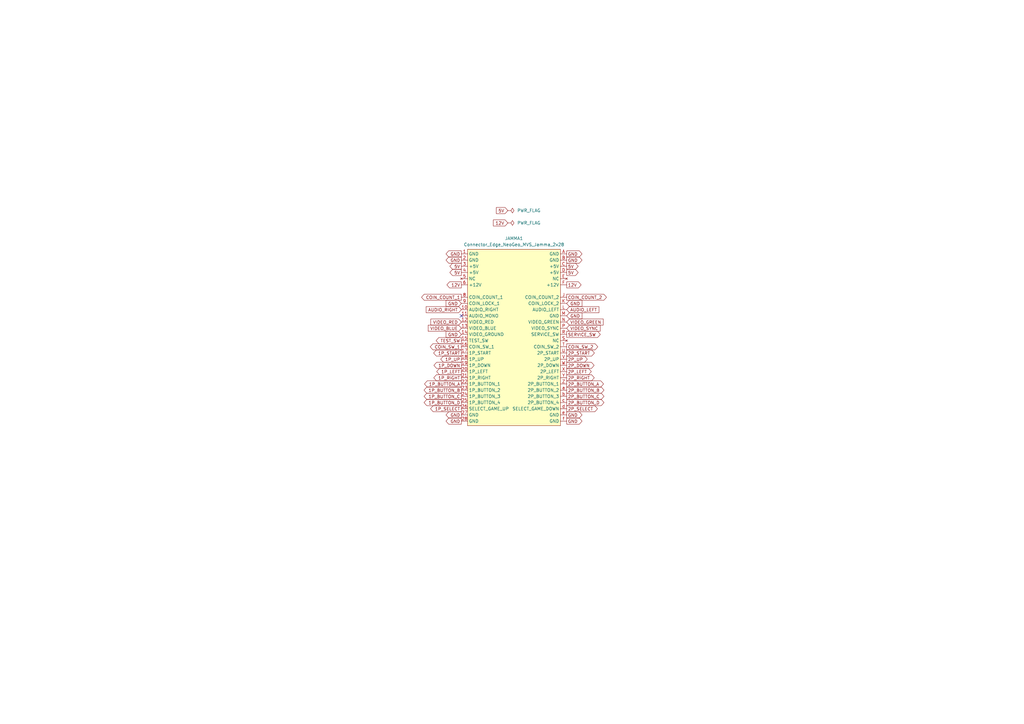
<source format=kicad_sch>
(kicad_sch (version 20250114) (generator "eeschema") (generator_version "9.0")
  (paper "A3")
  (title_block (title "NEO-MVH MV1FZS") (date "2025-10-13") (comment 1 "Not official schematic from SNK") (comment 2 "Use at your own discretion"))
  (lib_symbols
    (symbol "Neo Geo:Connector_Edge_NeoGeo_MVS_Jamma_2x28"
      (property "Reference" "U" (at 0 0 0))
      (property "Value" "Connector_Edge_NeoGeo_MVS_Jamma_2x28" (at 0.762 -40.64 0))
      (symbol "Connector_Edge_NeoGeo_MVS_Jamma_2x28_1_1"
        (rectangle (start -19.05 33.655) (end 19.05 -38.735) (fill (type background)))
        (pin passive line (at -21.59 31.75 0) (length 2.54) (name "GND") (number "1"))
        (pin passive line (at -21.59 29.21 0) (length 2.54) (name "GND") (number "2"))
        (pin passive line (at -21.59 26.67 0) (length 2.54) (name "+5V") (number "3"))
        (pin passive line (at -21.59 24.13 0) (length 2.54) (name "+5V") (number "4"))
        (pin no_connect line (at -21.59 21.59 0) (length 2.54) (name "NC") (number "5"))
        (pin passive line (at -21.59 19.05 0) (length 2.54) (name "+12V") (number "6"))
        (pin no_connect line (at -21.59 16.51 0) (length 2.54) (hide yes) (name "KEY") (number "7"))
        (pin output line (at -21.59 13.97 0) (length 2.54) (name "COIN_COUNT_1") (number "8"))
        (pin input line (at -21.59 11.43 0) (length 2.54) (name "COIN_LOCK_1") (number "9"))
        (pin input line (at -21.59 8.89 0) (length 2.54) (name "AUDIO_RIGHT") (number "10"))
        (pin input line (at -21.59 6.35 0) (length 2.54) (name "AUDIO_MONO") (number "11"))
        (pin input line (at -21.59 3.81 0) (length 2.54) (name "VIDEO_RED") (number "12"))
        (pin input line (at -21.59 1.27 0) (length 2.54) (name "VIDEO_BLUE") (number "13"))
        (pin input line (at -21.59 -1.27 0) (length 2.54) (name "VIDEO_GROUND") (number "14"))
        (pin output line (at -21.59 -3.81 0) (length 2.54) (name "TEST_SW") (number "15"))
        (pin output line (at -21.59 -6.35 0) (length 2.54) (name "COIN_SW_1") (number "16"))
        (pin output line (at -21.59 -8.89 0) (length 2.54) (name "1P_START") (number "17"))
        (pin output line (at -21.59 -11.43 0) (length 2.54) (name "1P_UP") (number "18"))
        (pin output line (at -21.59 -13.97 0) (length 2.54) (name "1P_DOWN") (number "19"))
        (pin output line (at -21.59 -16.51 0) (length 2.54) (name "1P_LEFT") (number "20"))
        (pin output line (at -21.59 -19.05 0) (length 2.54) (name "1P_RIGHT") (number "21"))
        (pin output line (at -21.59 -21.59 0) (length 2.54) (name "1P_BUTTON_1") (number "22"))
        (pin output line (at -21.59 -24.13 0) (length 2.54) (name "1P_BUTTON_2") (number "23"))
        (pin output line (at -21.59 -26.67 0) (length 2.54) (name "1P_BUTTON_3") (number "24"))
        (pin output line (at -21.59 -29.21 0) (length 2.54) (name "1P_BUTTON_4") (number "25"))
        (pin output line (at -21.59 -31.75 0) (length 2.54) (name "SELECT_GAME_UP") (number "26"))
        (pin power_in line (at -21.59 -34.29 0) (length 2.54) (name "GND") (number "27"))
        (pin power_in line (at -21.59 -36.83 0) (length 2.54) (name "GND") (number "28"))
        (pin passive line (at 21.59 31.75 180) (length 2.54) (name "GND") (number "A"))
        (pin passive line (at 21.59 29.21 180) (length 2.54) (name "GND") (number "B"))
        (pin passive line (at 21.59 26.67 180) (length 2.54) (name "+5V") (number "C"))
        (pin passive line (at 21.59 24.13 180) (length 2.54) (name "+5V") (number "D"))
        (pin no_connect line (at 21.59 21.59 180) (length 2.54) (name "NC") (number "E"))
        (pin passive line (at 21.59 19.05 180) (length 2.54) (name "+12V") (number "F"))
        (pin no_connect line (at 21.59 16.51 180) (length 2.54) (hide yes) (name "KEY") (number "H"))
        (pin output line (at 21.59 13.97 180) (length 2.54) (name "COIN_COUNT_2") (number "J"))
        (pin input line (at 21.59 11.43 180) (length 2.54) (name "COIN_LOCK_2") (number "K"))
        (pin input line (at 21.59 8.89 180) (length 2.54) (name "AUDIO_LEFT") (number "L"))
        (pin passive line (at 21.59 6.35 180) (length 2.54) (name "GND") (number "M"))
        (pin input line (at 21.59 3.81 180) (length 2.54) (name "VIDEO_GREEN") (number "N"))
        (pin input line (at 21.59 1.27 180) (length 2.54) (name "VIDEO_SYNC") (number "P"))
        (pin output line (at 21.59 -1.27 180) (length 2.54) (name "SERVICE_SW") (number "R"))
        (pin no_connect line (at 21.59 -3.81 180) (length 2.54) (name "NC") (number "S"))
        (pin output line (at 21.59 -6.35 180) (length 2.54) (name "COIN_SW_2") (number "T"))
        (pin output line (at 21.59 -8.89 180) (length 2.54) (name "2P_START") (number "U"))
        (pin output line (at 21.59 -11.43 180) (length 2.54) (name "2P_UP") (number "V"))
        (pin output line (at 21.59 -13.97 180) (length 2.54) (name "2P_DOWN") (number "W"))
        (pin output line (at 21.59 -16.51 180) (length 2.54) (name "2P_LEFT") (number "X"))
        (pin output line (at 21.59 -19.05 180) (length 2.54) (name "2P_RIGHT") (number "Y"))
        (pin output line (at 21.59 -21.59 180) (length 2.54) (name "2P_BUTTON_1") (number "Z"))
        (pin output line (at 21.59 -24.13 180) (length 2.54) (name "2P_BUTTON_2") (number "a"))
        (pin output line (at 21.59 -26.67 180) (length 2.54) (name "2P_BUTTON_3") (number "b"))
        (pin output line (at 21.59 -29.21 180) (length 2.54) (name "2P_BUTTON_4") (number "c"))
        (pin output line (at 21.59 -31.75 180) (length 2.54) (name "SELECT_GAME_DOWN") (number "d"))
        (pin power_in line (at 21.59 -34.29 180) (length 2.54) (name "GND") (number "e"))
        (pin power_in line (at 21.59 -36.83 180) (length 2.54) (name "GND") (number "f"))
      )
    )
    (symbol "power:PWR_FLAG" (power) (pin_numbers (hide yes)) (pin_names (offset 0) (hide yes))
      (property "Value" "PWR_FLAG" (at 0 3.81 0))
      (symbol "PWR_FLAG_0_0"
        (pin power_out line (at 0 0 90) (length 0) (name "~") (number "1"))
      )
      (symbol "PWR_FLAG_0_1"
        (polyline (pts (xy 0 0) (xy 0 1.27) (xy -1.016 1.905) (xy 0 2.54) (xy 1.016 1.905) (xy 0 1.27)))
      )
    )
  )
  (no_connect (at 189.23 129.54))
  (global_label "GND" (shape input) (at 189.23 137.16 180) (property "Intersheetrefs" "${INTERSHEET_REFS}" (effects (hide yes))))
  (global_label "2P_START" (shape output) (at 232.41 144.78 0) (property "Intersheetrefs" "${INTERSHEET_REFS}" (effects (hide yes))))
  (global_label "5V" (shape output) (at 232.41 109.22 0) (property "Intersheetrefs" "${INTERSHEET_REFS}" (effects (hide yes))))
  (global_label "GND" (shape output) (at 189.23 106.68 180) (property "Intersheetrefs" "${INTERSHEET_REFS}" (effects (hide yes))))
  (global_label "1P_START" (shape output) (at 189.23 144.78 180) (property "Intersheetrefs" "${INTERSHEET_REFS}" (effects (hide yes))))
  (global_label "SERVICE_SW" (shape output) (at 232.41 137.16 0) (property "Intersheetrefs" "${INTERSHEET_REFS}" (effects (hide yes))))
  (global_label "5V" (shape output) (at 232.41 111.76 0) (property "Intersheetrefs" "${INTERSHEET_REFS}" (effects (hide yes))))
  (global_label "1P_BUTTON_D" (shape output) (at 189.23 165.1 180) (property "Intersheetrefs" "${INTERSHEET_REFS}" (effects (hide yes))))
  (global_label "1P_BUTTON_A" (shape output) (at 189.23 157.48 180) (property "Intersheetrefs" "${INTERSHEET_REFS}" (effects (hide yes))))
  (global_label "COIN_SW_2" (shape output) (at 232.41 142.24 0) (property "Intersheetrefs" "${INTERSHEET_REFS}" (effects (hide yes))))
  (global_label "2P_DOWN" (shape output) (at 232.41 149.86 0) (property "Intersheetrefs" "${INTERSHEET_REFS}" (effects (hide yes))))
  (global_label "GND" (shape output) (at 189.23 170.18 180) (property "Intersheetrefs" "${INTERSHEET_REFS}" (effects (hide yes))))
  (global_label "GND" (shape output) (at 232.41 170.18 0) (property "Intersheetrefs" "${INTERSHEET_REFS}" (effects (hide yes))))
  (global_label "COIN_SW_1" (shape output) (at 189.23 142.24 180) (property "Intersheetrefs" "${INTERSHEET_REFS}" (effects (hide yes))))
  (global_label "1P_UP" (shape output) (at 189.23 147.32 180) (property "Intersheetrefs" "${INTERSHEET_REFS}" (effects (hide yes))))
  (global_label "12V" (shape input) (at 208.28 91.44 180) (property "Intersheetrefs" "${INTERSHEET_REFS}" (effects (hide yes))))
  (global_label "2P_SELECT" (shape output) (at 232.41 167.64 0) (property "Intersheetrefs" "${INTERSHEET_REFS}" (effects (hide yes))))
  (global_label "2P_LEFT" (shape output) (at 232.41 152.4 0) (property "Intersheetrefs" "${INTERSHEET_REFS}" (effects (hide yes))))
  (global_label "GND" (shape input) (at 189.23 124.46 180) (property "Intersheetrefs" "${INTERSHEET_REFS}" (effects (hide yes))))
  (global_label "12V" (shape output) (at 189.23 116.84 180) (property "Intersheetrefs" "${INTERSHEET_REFS}" (effects (hide yes))))
  (global_label "5V" (shape input) (at 208.28 86.36 180) (property "Intersheetrefs" "${INTERSHEET_REFS}" (effects (hide yes))))
  (global_label "2P_UP" (shape output) (at 232.41 147.32 0) (property "Intersheetrefs" "${INTERSHEET_REFS}" (effects (hide yes))))
  (global_label "1P_SELECT" (shape output) (at 189.23 167.64 180) (property "Intersheetrefs" "${INTERSHEET_REFS}" (effects (hide yes))))
  (global_label "1P_DOWN" (shape output) (at 189.23 149.86 180) (property "Intersheetrefs" "${INTERSHEET_REFS}" (effects (hide yes))))
  (global_label "1P_BUTTON_C" (shape output) (at 189.23 162.56 180) (property "Intersheetrefs" "${INTERSHEET_REFS}" (effects (hide yes))))
  (global_label "1P_LEFT" (shape output) (at 189.23 152.4 180) (property "Intersheetrefs" "${INTERSHEET_REFS}" (effects (hide yes))))
  (global_label "COIN_COUNT_1" (shape output) (at 189.23 121.92 180) (property "Intersheetrefs" "${INTERSHEET_REFS}" (effects (hide yes))))
  (global_label "AUDIO_LEFT" (shape input) (at 232.41 127 0) (property "Intersheetrefs" "${INTERSHEET_REFS}" (effects (hide yes))))
  (global_label "2P_RIGHT" (shape output) (at 232.41 154.94 0) (property "Intersheetrefs" "${INTERSHEET_REFS}" (effects (hide yes))))
  (global_label "VIDEO_BLUE" (shape input) (at 189.23 134.62 180) (property "Intersheetrefs" "${INTERSHEET_REFS}" (effects (hide yes))))
  (global_label "GND" (shape input) (at 232.41 124.46 0) (property "Intersheetrefs" "${INTERSHEET_REFS}" (effects (hide yes))))
  (global_label "VIDEO_GREEN" (shape input) (at 232.41 132.08 0) (property "Intersheetrefs" "${INTERSHEET_REFS}" (effects (hide yes))))
  (global_label "COIN_COUNT_2" (shape output) (at 232.41 121.92 0) (property "Intersheetrefs" "${INTERSHEET_REFS}" (effects (hide yes))))
  (global_label "GND" (shape output) (at 232.41 104.14 0) (property "Intersheetrefs" "${INTERSHEET_REFS}" (effects (hide yes))))
  (global_label "5V" (shape output) (at 189.23 109.22 180) (property "Intersheetrefs" "${INTERSHEET_REFS}" (effects (hide yes))))
  (global_label "2P_BUTTON_C" (shape output) (at 232.41 162.56 0) (property "Intersheetrefs" "${INTERSHEET_REFS}" (effects (hide yes))))
  (global_label "GND" (shape output) (at 232.41 172.72 0) (property "Intersheetrefs" "${INTERSHEET_REFS}" (effects (hide yes))))
  (global_label "2P_BUTTON_B" (shape output) (at 232.41 160.02 0) (property "Intersheetrefs" "${INTERSHEET_REFS}" (effects (hide yes))))
  (global_label "12V" (shape output) (at 232.41 116.84 0) (property "Intersheetrefs" "${INTERSHEET_REFS}" (effects (hide yes))))
  (global_label "2P_BUTTON_D" (shape output) (at 232.41 165.1 0) (property "Intersheetrefs" "${INTERSHEET_REFS}" (effects (hide yes))))
  (global_label "AUDIO_RIGHT" (shape input) (at 189.23 127 180) (property "Intersheetrefs" "${INTERSHEET_REFS}" (effects (hide yes))))
  (global_label "GND" (shape output) (at 232.41 106.68 0) (property "Intersheetrefs" "${INTERSHEET_REFS}" (effects (hide yes))))
  (global_label "GND" (shape output) (at 189.23 172.72 180) (property "Intersheetrefs" "${INTERSHEET_REFS}" (effects (hide yes))))
  (global_label "2P_BUTTON_A" (shape output) (at 232.41 157.48 0) (property "Intersheetrefs" "${INTERSHEET_REFS}" (effects (hide yes))))
  (global_label "1P_RIGHT" (shape output) (at 189.23 154.94 180) (property "Intersheetrefs" "${INTERSHEET_REFS}" (effects (hide yes))))
  (global_label "1P_BUTTON_B" (shape output) (at 189.23 160.02 180) (property "Intersheetrefs" "${INTERSHEET_REFS}" (effects (hide yes))))
  (global_label "GND" (shape input) (at 232.41 129.54 0) (property "Intersheetrefs" "${INTERSHEET_REFS}" (effects (hide yes))))
  (global_label "VIDEO_SYNC" (shape input) (at 232.41 134.62 0) (property "Intersheetrefs" "${INTERSHEET_REFS}" (effects (hide yes))))
  (global_label "GND" (shape output) (at 189.23 104.14 180) (property "Intersheetrefs" "${INTERSHEET_REFS}" (effects (hide yes))))
  (global_label "5V" (shape output) (at 189.23 111.76 180) (property "Intersheetrefs" "${INTERSHEET_REFS}" (effects (hide yes))))
  (global_label "VIDEO_RED" (shape input) (at 189.23 132.08 180) (property "Intersheetrefs" "${INTERSHEET_REFS}" (effects (hide yes))))
  (global_label "TEST_SW" (shape output) (at 189.23 139.7 180) (property "Intersheetrefs" "${INTERSHEET_REFS}" (effects (hide yes))))
  (symbol (lib_id "power:PWR_FLAG") (at 208.28 86.36 270) (unit 1)
    (property "Reference" "#FLG01" (effects (hide yes)))
    (property "Value" "PWR_FLAG" (at 212.09 86.3599 90) (effects (justify left)))
    (property "Description" "Special symbol for telling ERC where power comes from" (effects (hide yes)))
  )
  (symbol (lib_id "power:PWR_FLAG") (at 208.28 91.44 270) (unit 1)
    (property "Reference" "#FLG02" (effects (hide yes)))
    (property "Value" "PWR_FLAG" (at 212.09 91.4399 90) (effects (justify left)))
    (property "Description" "Special symbol for telling ERC where power comes from" (effects (hide yes)))
  )
  (symbol (lib_id "Neo Geo:Connector_Edge_NeoGeo_MVS_Jamma_2x28") (at 210.82 135.89 0) (unit 1)
    (property "Reference" "JAMMA1" (at 210.82 97.79 0))
    (property "Value" "Connector_Edge_NeoGeo_MVS_Jamma_2x28" (at 210.82 100.33 0))
  )
)
</source>
